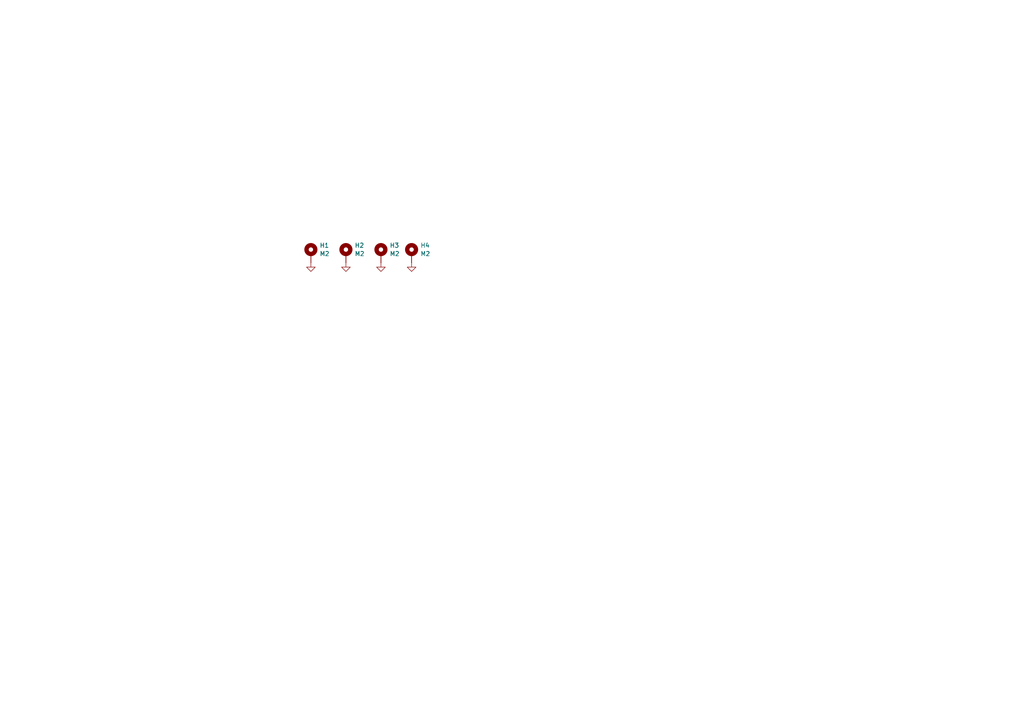
<source format=kicad_sch>
(kicad_sch (version 20231120) (generator "eeschema") (generator_version "8.0")
  (paper "A4")
  (lib_symbols
    (symbol "Mechanical:MountingHole_Pad" (pin_numbers hide) (pin_names (offset 1.016) hide) (exclude_from_sim yes) (in_bom no)
      (property "Reference" "H" (at 0 6.35 0))
      (property "Value" "MountingHole_Pad" (at 0 4.445 0))
      (symbol "MountingHole_Pad_0_1"
        (circle (center 0 1.27) (radius 1.27) (stroke (width 1.27)))
      )
      (symbol "MountingHole_Pad_1_1"
        (pin input line (at 0 -2.54 90) (length 2.54) (name "1") (number "1"))
      )
    )
    (symbol "power:GND" (power) (pin_names (offset 0))
      (property "Value" "GND" (at 0 -3.81 0))
      (symbol "GND_0_1"
        (polyline (pts (xy 0 0) (xy 0 -1.27) (xy 1.27 -1.27) (xy 0 -2.54) (xy -1.27 -1.27) (xy 0 -1.27)))
      )
      (symbol "GND_1_1"
        (pin power_in line (at 0 0 270) (length 0) hide (name "GND") (number "1"))
      )
    )
  )
  (symbol (lib_id "Mechanical:MountingHole_Pad") (at 119.38 73.66 0) (unit 1) (exclude_from_sim yes) (in_bom no)
    (property "Reference" "H4" (at 121.92 71.1778 0) (effects (justify left)))
    (property "Value" "M2" (at 121.92 73.6021 0) (effects (justify left)))
    (property "Footprint" "MountingHole:MountingHole_2.2mm_M2" (effects (hide yes)))
    (property "Description" "Mounting Hole with connection" (effects (hide yes)))
  )
  (symbol (lib_id "power:GND") (at 119.38 76.2 0) (unit 1)
    (property "Reference" "#PWR04" (effects (hide yes)))
    (property "Value" "GND" (effects (hide yes)))
  )
  (symbol (lib_id "power:GND") (at 90.17 76.2 0) (unit 1)
    (property "Reference" "#PWR01" (effects (hide yes)))
    (property "Value" "GND" (effects (hide yes)))
  )
  (symbol (lib_id "power:GND") (at 110.49 76.2 0) (unit 1)
    (property "Reference" "#PWR03" (effects (hide yes)))
    (property "Value" "GND" (effects (hide yes)))
  )
  (symbol (lib_id "Mechanical:MountingHole_Pad") (at 90.17 73.66 0) (unit 1) (exclude_from_sim yes) (in_bom no)
    (property "Reference" "H1" (at 92.71 71.1778 0) (effects (justify left)))
    (property "Value" "M2" (at 92.71 73.6021 0) (effects (justify left)))
    (property "Footprint" "MountingHole:MountingHole_2.2mm_M2" (effects (hide yes)))
    (property "Description" "Mounting Hole with connection" (effects (hide yes)))
  )
  (symbol (lib_id "Mechanical:MountingHole_Pad") (at 100.33 73.66 0) (unit 1) (exclude_from_sim yes) (in_bom no)
    (property "Reference" "H2" (at 102.87 71.1778 0) (effects (justify left)))
    (property "Value" "M2" (at 102.87 73.6021 0) (effects (justify left)))
    (property "Footprint" "MountingHole:MountingHole_2.2mm_M2" (effects (hide yes)))
    (property "Description" "Mounting Hole with connection" (effects (hide yes)))
  )
  (symbol (lib_id "power:GND") (at 100.33 76.2 0) (unit 1)
    (property "Reference" "#PWR02" (effects (hide yes)))
    (property "Value" "GND" (effects (hide yes)))
  )
  (symbol (lib_id "Mechanical:MountingHole_Pad") (at 110.49 73.66 0) (unit 1) (exclude_from_sim yes) (in_bom no)
    (property "Reference" "H3" (at 113.03 71.1778 0) (effects (justify left)))
    (property "Value" "M2" (at 113.03 73.6021 0) (effects (justify left)))
    (property "Footprint" "MountingHole:MountingHole_2.2mm_M2" (effects (hide yes)))
    (property "Description" "Mounting Hole with connection" (effects (hide yes)))
  )
)
</source>
